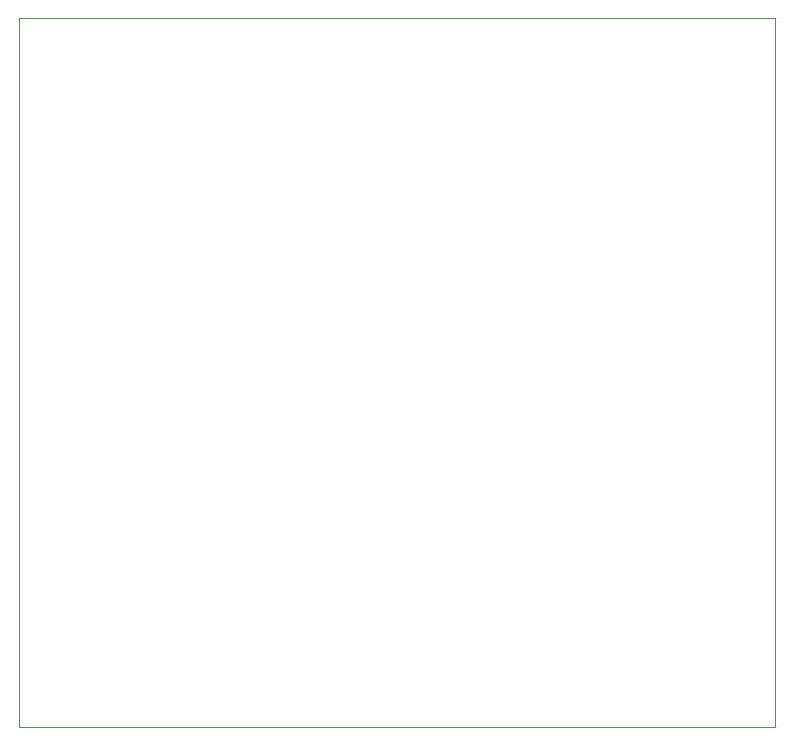
<source format=gbr>
%TF.GenerationSoftware,KiCad,Pcbnew,(5.1.6)-1*%
%TF.CreationDate,2020-10-29T16:21:17+09:00*%
%TF.ProjectId,BLDC__MD_Mounter,424c4443-5f5f-44d4-945f-4d6f756e7465,rev?*%
%TF.SameCoordinates,Original*%
%TF.FileFunction,Profile,NP*%
%FSLAX46Y46*%
G04 Gerber Fmt 4.6, Leading zero omitted, Abs format (unit mm)*
G04 Created by KiCad (PCBNEW (5.1.6)-1) date 2020-10-29 16:21:17*
%MOMM*%
%LPD*%
G01*
G04 APERTURE LIST*
%TA.AperFunction,Profile*%
%ADD10C,0.050000*%
%TD*%
G04 APERTURE END LIST*
D10*
X165000000Y-117000000D02*
X163000000Y-117000000D01*
X165000000Y-57000000D02*
X165000000Y-117000000D01*
X163000000Y-57000000D02*
X165000000Y-57000000D01*
X101000000Y-57000000D02*
X163000000Y-57000000D01*
X101000000Y-60000000D02*
X101000000Y-57000000D01*
X163000000Y-117000000D02*
X101000000Y-117000000D01*
X101000000Y-117000000D02*
X101000000Y-60000000D01*
M02*

</source>
